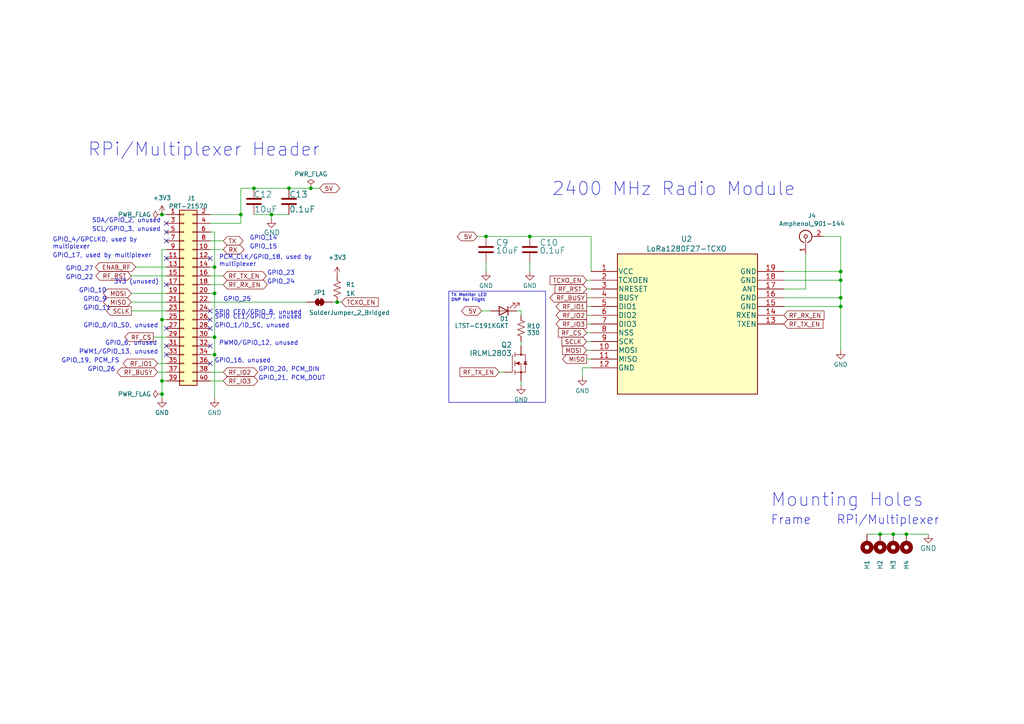
<source format=kicad_sch>
(kicad_sch (version 20231120) (generator "eeschema") (generator_version "8.0")
  (paper "A4")
  (title_block (title "Raspberry Pi SX1280 Board") (date "2024-03-26") (rev "1.1") (company "K6TJ") (comment 1 "Pete Mahowald"))
  (lib_symbols
    (symbol "Connector:Conn_Coaxial" (pin_names (offset 1.016) hide)
      (property "Reference" "J" (at 0.254 3.048 0))
      (property "Value" "Conn_Coaxial" (at 2.921 0 90))
      (symbol "Conn_Coaxial_0_1"
        (arc (start -1.778 -0.508) (mid 0.2311 -1.8066) (end 1.778 0) (stroke (width 0.254)))
        (polyline (pts (xy -2.54 0) (xy -0.508 0)))
        (polyline (pts (xy 0 -2.54) (xy 0 -1.778)))
        (circle (center 0 0) (radius 0.508) (stroke (width 0.2032)))
        (arc (start 1.778 0) (mid 0.2099 1.8101) (end -1.778 0.508) (stroke (width 0.254)))
      )
      (symbol "Conn_Coaxial_1_1"
        (pin passive line (at -5.08 0 0) (length 2.54) (name "In") (number "1"))
        (pin passive line (at 0 -5.08 90) (length 2.54) (name "Ext") (number "2"))
      )
    )
    (symbol "Device:C" (pin_numbers hide) (pin_names (offset 0.254))
      (property "Reference" "C" (at 0.635 2.54 0))
      (property "Value" "C" (at 0.635 -2.54 0))
      (symbol "C_0_1"
        (polyline (pts (xy -2.032 -0.762) (xy 2.032 -0.762)) (stroke (width 0.508)))
        (polyline (pts (xy -2.032 0.762) (xy 2.032 0.762)) (stroke (width 0.508)))
      )
      (symbol "C_1_1"
        (pin passive line (at 0 3.81 270) (length 2.794) (name "~") (number "1"))
        (pin passive line (at 0 -3.81 90) (length 2.794) (name "~") (number "2"))
      )
    )
    (symbol "Device:LED" (pin_numbers hide) (pin_names (offset 1.016) hide)
      (property "Reference" "D" (at 0 2.54 0))
      (property "Value" "LED" (at 0 -2.54 0))
      (symbol "LED_0_1"
        (polyline (pts (xy -1.27 -1.27) (xy -1.27 1.27)) (stroke (width 0.254)))
        (polyline (pts (xy -1.27 0) (xy 1.27 0)))
        (polyline (pts (xy 1.27 -1.27) (xy 1.27 1.27) (xy -1.27 0) (xy 1.27 -1.27)) (stroke (width 0.254)))
        (polyline (pts (xy -3.048 -0.762) (xy -4.572 -2.286) (xy -3.81 -2.286) (xy -4.572 -2.286) (xy -4.572 -1.524)))
        (polyline (pts (xy -1.778 -0.762) (xy -3.302 -2.286) (xy -2.54 -2.286) (xy -3.302 -2.286) (xy -3.302 -1.524)))
      )
      (symbol "LED_1_1"
        (pin passive line (at -3.81 0 0) (length 2.54) (name "K") (number "1"))
        (pin passive line (at 3.81 0 180) (length 2.54) (name "A") (number "2"))
      )
    )
    (symbol "Device:R_US" (pin_numbers hide) (pin_names (offset 0))
      (property "Reference" "R" (at 2.54 0 90))
      (property "Value" "R_US" (at -2.54 0 90))
      (symbol "R_US_0_1"
        (polyline (pts (xy 0 -2.286) (xy 0 -2.54)))
        (polyline (pts (xy 0 2.286) (xy 0 2.54)))
        (polyline (pts (xy 0 -0.762) (xy 1.016 -1.143) (xy 0 -1.524) (xy -1.016 -1.905) (xy 0 -2.286)))
        (polyline (pts (xy 0 0.762) (xy 1.016 0.381) (xy 0 0) (xy -1.016 -0.381) (xy 0 -0.762)))
        (polyline (pts (xy 0 2.286) (xy 1.016 1.905) (xy 0 1.524) (xy -1.016 1.143) (xy 0 0.762)))
      )
      (symbol "R_US_1_1"
        (pin passive line (at 0 3.81 270) (length 1.27) (name "~") (number "1"))
        (pin passive line (at 0 -3.81 90) (length 1.27) (name "~") (number "2"))
      )
    )
    (symbol "Jumper:SolderJumper_2_Bridged" (pin_numbers hide) (pin_names (offset 0) hide) (exclude_from_sim yes) (in_bom no)
      (property "Reference" "JP" (at 0 2.032 0))
      (property "Value" "SolderJumper_2_Bridged" (at 0 -2.54 0))
      (symbol "SolderJumper_2_Bridged_0_1"
        (rectangle (start -0.508 0.508) (end 0.508 -0.508) (fill (type outline)))
        (arc (start -0.254 1.016) (mid -1.2656 0) (end -0.254 -1.016))
        (arc (start -0.254 1.016) (mid -1.2656 0) (end -0.254 -1.016) (fill (type outline)))
        (polyline (pts (xy -0.254 1.016) (xy -0.254 -1.016)))
        (polyline (pts (xy 0.254 1.016) (xy 0.254 -1.016)))
        (arc (start 0.254 -1.016) (mid 1.2656 0) (end 0.254 1.016))
        (arc (start 0.254 -1.016) (mid 1.2656 0) (end 0.254 1.016) (fill (type outline)))
      )
      (symbol "SolderJumper_2_Bridged_1_1"
        (pin passive line (at -3.81 0 0) (length 2.54) (name "A") (number "1"))
        (pin passive line (at 3.81 0 180) (length 2.54) (name "B") (number "2"))
      )
    )
    (symbol "Mechanical:MountingHole_Pad" (pin_numbers hide) (pin_names (offset 1.016) hide) (exclude_from_sim yes) (in_bom no)
      (property "Reference" "H" (at 0 6.35 0))
      (property "Value" "MountingHole_Pad" (at 0 4.445 0))
      (symbol "MountingHole_Pad_0_1"
        (circle (center 0 1.27) (radius 1.27) (stroke (width 1.27)))
      )
      (symbol "MountingHole_Pad_1_1"
        (pin input line (at 0 -2.54 90) (length 2.54) (name "1") (number "1"))
      )
    )
    (symbol "power:+3V3" (power) (pin_numbers hide) (pin_names (offset 0) hide)
      (property "Value" "+3V3" (at 0 3.556 0))
      (symbol "+3V3_0_1"
        (polyline (pts (xy -0.762 1.27) (xy 0 2.54)))
        (polyline (pts (xy 0 0) (xy 0 2.54)))
        (polyline (pts (xy 0 2.54) (xy 0.762 1.27)))
      )
      (symbol "+3V3_1_1"
        (pin power_in line (at 0 0 90) (length 0) (name "~") (number "1"))
      )
    )
    (symbol "power:GND" (power) (pin_numbers hide) (pin_names (offset 0) hide)
      (property "Value" "GND" (at 0 -3.81 0))
      (symbol "GND_0_1"
        (polyline (pts (xy 0 0) (xy 0 -1.27) (xy 1.27 -1.27) (xy 0 -2.54) (xy -1.27 -1.27) (xy 0 -1.27)))
      )
      (symbol "GND_1_1"
        (pin power_in line (at 0 0 270) (length 0) (name "~") (number "1"))
      )
    )
    (symbol "power:PWR_FLAG" (power) (pin_numbers hide) (pin_names (offset 0) hide)
      (property "Value" "PWR_FLAG" (at 0 3.81 0))
      (symbol "PWR_FLAG_0_0"
        (pin power_out line (at 0 0 90) (length 0) (name "~") (number "1"))
      )
      (symbol "PWR_FLAG_0_1"
        (polyline (pts (xy 0 0) (xy 0 1.27) (xy -1.016 1.905) (xy 0 2.54) (xy 1.016 1.905) (xy 0 1.27)))
      )
    )
    (symbol "ssi_IC:LORA1280F27-TCXO" (pin_names (offset 0.254))
      (property "Reference" "U" (at 27.94 10.16 0))
      (property "Value" "LoRa1280F27-TCXO" (at 27.94 7.62 0))
      (symbol "LORA1280F27-TCXO_1_0"
        (pin bidirectional line (at 55.88 -5.08 180) (length 7.62) (name "ANT") (number "17"))
      )
      (symbol "LORA1280F27-TCXO_1_1"
        (rectangle (start 7.62 5.08) (end 48.26 -35.56) (stroke (width 0.254)) (fill (type background)))
        (pin power_in line (at 0 0 0) (length 7.62) (name "VCC") (number "1"))
        (pin input line (at 0 -22.86 0) (length 7.62) (name "MOSI") (number "10"))
        (pin output line (at 0 -25.4 0) (length 7.62) (name "MISO") (number "11"))
        (pin power_in line (at 0 -27.94 0) (length 7.62) (name "GND") (number "12"))
        (pin input line (at 55.88 -15.24 180) (length 7.62) (name "TXEN") (number "13"))
        (pin input line (at 55.88 -12.7 180) (length 7.62) (name "RXEN") (number "14"))
        (pin power_in line (at 55.88 -10.16 180) (length 7.62) (name "GND") (number "15"))
        (pin power_in line (at 55.88 -7.62 180) (length 7.62) (name "GND") (number "16"))
        (pin power_in line (at 55.88 -2.54 180) (length 7.62) (name "GND") (number "18"))
        (pin power_in line (at 55.88 0 180) (length 7.62) (name "GND") (number "19"))
        (pin input line (at 0 -2.54 0) (length 7.62) (name "TCXOEN") (number "2"))
        (pin input line (at 0 -5.08 0) (length 7.62) (name "NRESET") (number "3"))
        (pin output line (at 0 -7.62 0) (length 7.62) (name "BUSY") (number "4"))
        (pin output line (at 0 -10.16 0) (length 7.62) (name "DIO1") (number "5"))
        (pin output line (at 0 -12.7 0) (length 7.62) (name "DIO2") (number "6"))
        (pin output line (at 0 -15.24 0) (length 7.62) (name "DIO3") (number "7"))
        (pin input line (at 0 -17.78 0) (length 7.62) (name "NSS") (number "8"))
        (pin input line (at 0 -20.32 0) (length 7.62) (name "SCK") (number "9"))
      )
    )
    (symbol "ssi_connector:PRT-21570" (pin_names (offset 1.016) hide)
      (property "Reference" "J" (at 1.27 25.4 0))
      (property "Value" "PRT-21570" (at 1.27 -27.94 0))
      (symbol "PRT-21570_1_1"
        (rectangle (start -1.27 -25.273) (end 0 -25.527) (stroke (width 0.1524)))
        (rectangle (start -1.27 -22.733) (end 0 -22.987) (stroke (width 0.1524)))
        (rectangle (start -1.27 -20.193) (end 0 -20.447) (stroke (width 0.1524)))
        (rectangle (start -1.27 -17.653) (end 0 -17.907) (stroke (width 0.1524)))
        (rectangle (start -1.27 -15.113) (end 0 -15.367) (stroke (width 0.1524)))
        (rectangle (start -1.27 -12.573) (end 0 -12.827) (stroke (width 0.1524)))
        (rectangle (start -1.27 -10.033) (end 0 -10.287) (stroke (width 0.1524)))
        (rectangle (start -1.27 -7.493) (end 0 -7.747) (stroke (width 0.1524)))
        (rectangle (start -1.27 -4.953) (end 0 -5.207) (stroke (width 0.1524)))
        (rectangle (start -1.27 -2.413) (end 0 -2.667) (stroke (width 0.1524)))
        (rectangle (start -1.27 0.127) (end 0 -0.127) (stroke (width 0.1524)))
        (rectangle (start -1.27 2.667) (end 0 2.413) (stroke (width 0.1524)))
        (rectangle (start -1.27 5.207) (end 0 4.953) (stroke (width 0.1524)))
        (rectangle (start -1.27 7.747) (end 0 7.493) (stroke (width 0.1524)))
        (rectangle (start -1.27 10.287) (end 0 10.033) (stroke (width 0.1524)))
        (rectangle (start -1.27 12.827) (end 0 12.573) (stroke (width 0.1524)))
        (rectangle (start -1.27 15.367) (end 0 15.113) (stroke (width 0.1524)))
        (rectangle (start -1.27 17.907) (end 0 17.653) (stroke (width 0.1524)))
        (rectangle (start -1.27 20.447) (end 0 20.193) (stroke (width 0.1524)))
        (rectangle (start -1.27 22.987) (end 0 22.733) (stroke (width 0.1524)))
        (rectangle (start -1.27 24.13) (end 3.81 -26.67) (stroke (width 0.254)) (fill (type background)))
        (rectangle (start 3.81 -25.273) (end 2.54 -25.527) (stroke (width 0.1524)))
        (rectangle (start 3.81 -22.733) (end 2.54 -22.987) (stroke (width 0.1524)))
        (rectangle (start 3.81 -20.193) (end 2.54 -20.447) (stroke (width 0.1524)))
        (rectangle (start 3.81 -17.653) (end 2.54 -17.907) (stroke (width 0.1524)))
        (rectangle (start 3.81 -15.113) (end 2.54 -15.367) (stroke (width 0.1524)))
        (rectangle (start 3.81 -12.573) (end 2.54 -12.827) (stroke (width 0.1524)))
        (rectangle (start 3.81 -10.033) (end 2.54 -10.287) (stroke (width 0.1524)))
        (rectangle (start 3.81 -7.493) (end 2.54 -7.747) (stroke (width 0.1524)))
        (rectangle (start 3.81 -4.953) (end 2.54 -5.207) (stroke (width 0.1524)))
        (rectangle (start 3.81 -2.413) (end 2.54 -2.667) (stroke (width 0.1524)))
        (rectangle (start 3.81 0.127) (end 2.54 -0.127) (stroke (width 0.1524)))
        (rectangle (start 3.81 2.667) (end 2.54 2.413) (stroke (width 0.1524)))
        (rectangle (start 3.81 5.207) (end 2.54 4.953) (stroke (width 0.1524)))
        (rectangle (start 3.81 7.747) (end 2.54 7.493) (stroke (width 0.1524)))
        (rectangle (start 3.81 10.287) (end 2.54 10.033) (stroke (width 0.1524)))
        (rectangle (start 3.81 12.827) (end 2.54 12.573) (stroke (width 0.1524)))
        (rectangle (start 3.81 15.367) (end 2.54 15.113) (stroke (width 0.1524)))
        (rectangle (start 3.81 17.907) (end 2.54 17.653) (stroke (width 0.1524)))
        (rectangle (start 3.81 20.447) (end 2.54 20.193) (stroke (width 0.1524)))
        (rectangle (start 3.81 22.987) (end 2.54 22.733) (stroke (width 0.1524)))
        (pin passive line (at -5.08 22.86 0) (length 3.81) (name "Pin_1") (number "1"))
        (pin passive line (at 7.62 12.7 180) (length 3.81) (name "Pin_10") (number "10"))
        (pin passive line (at -5.08 10.16 0) (length 3.81) (name "Pin_11") (number "11"))
        (pin passive line (at 7.62 10.16 180) (length 3.81) (name "Pin_12") (number "12"))
        (pin passive line (at -5.08 7.62 0) (length 3.81) (name "Pin_13") (number "13"))
        (pin passive line (at 7.62 7.62 180) (length 3.81) (name "Pin_14") (number "14"))
        (pin passive line (at -5.08 5.08 0) (length 3.81) (name "Pin_15") (number "15"))
        (pin passive line (at 7.62 5.08 180) (length 3.81) (name "Pin_16") (number "16"))
        (pin passive line (at -5.08 2.54 0) (length 3.81) (name "Pin_17") (number "17"))
        (pin passive line (at 7.62 2.54 180) (length 3.81) (name "Pin_18") (number "18"))
        (pin passive line (at -5.08 0 0) (length 3.81) (name "Pin_19") (number "19"))
        (pin passive line (at 7.62 22.86 180) (length 3.81) (name "Pin_2") (number "2"))
        (pin passive line (at 7.62 0 180) (length 3.81) (name "Pin_20") (number "20"))
        (pin passive line (at -5.08 -2.54 0) (length 3.81) (name "Pin_21") (number "21"))
        (pin passive line (at 7.62 -2.54 180) (length 3.81) (name "Pin_22") (number "22"))
        (pin passive line (at -5.08 -5.08 0) (length 3.81) (name "Pin_23") (number "23"))
        (pin passive line (at 7.62 -5.08 180) (length 3.81) (name "Pin_24") (number "24"))
        (pin passive line (at -5.08 -7.62 0) (length 3.81) (name "Pin_25") (number "25"))
        (pin passive line (at 7.62 -7.62 180) (length 3.81) (name "Pin_26") (number "26"))
        (pin passive line (at -5.08 -10.16 0) (length 3.81) (name "Pin_27") (number "27"))
        (pin passive line (at 7.62 -10.16 180) (length 3.81) (name "Pin_28") (number "28"))
        (pin passive line (at -5.08 -12.7 0) (length 3.81) (name "Pin_29") (number "29"))
        (pin passive line (at -5.08 20.32 0) (length 3.81) (name "Pin_3") (number "3"))
        (pin passive line (at 7.62 -12.7 180) (length 3.81) (name "Pin_30") (number "30"))
        (pin passive line (at -5.08 -15.24 0) (length 3.81) (name "Pin_31") (number "31"))
        (pin passive line (at 7.62 -15.24 180) (length 3.81) (name "Pin_32") (number "32"))
        (pin passive line (at -5.08 -17.78 0) (length 3.81) (name "Pin_33") (number "33"))
        (pin passive line (at 7.62 -17.78 180) (length 3.81) (name "Pin_34") (number "34"))
        (pin passive line (at -5.08 -20.32 0) (length 3.81) (name "Pin_35") (number "35"))
        (pin passive line (at 7.62 -20.32 180) (length 3.81) (name "Pin_36") (number "36"))
        (pin passive line (at -5.08 -22.86 0) (length 3.81) (name "Pin_37") (number "37"))
        (pin passive line (at 7.62 -22.86 180) (length 3.81) (name "Pin_38") (number "38"))
        (pin passive line (at -5.08 -25.4 0) (length 3.81) (name "Pin_39") (number "39"))
        (pin passive line (at 7.62 20.32 180) (length 3.81) (name "Pin_4") (number "4"))
        (pin passive line (at 7.62 -25.4 180) (length 3.81) (name "Pin_40") (number "40"))
        (pin passive line (at -5.08 17.78 0) (length 3.81) (name "Pin_5") (number "5"))
        (pin passive line (at 7.62 17.78 180) (length 3.81) (name "Pin_6") (number "6"))
        (pin passive line (at -5.08 15.24 0) (length 3.81) (name "Pin_7") (number "7"))
        (pin passive line (at 7.62 15.24 180) (length 3.81) (name "Pin_8") (number "8"))
        (pin passive line (at -5.08 12.7 0) (length 3.81) (name "Pin_9") (number "9"))
      )
    )
    (symbol "ssi_transistor:IRLML2803TRPBF" (pin_names (offset 1.016))
      (property "Reference" "Q" (at -11.43 1.27 0))
      (property "Value" "IRLML2803TRPBF" (at -11.43 3.81 0))
      (symbol "IRLML2803TRPBF_1_0"
        (polyline (pts (xy 0 2.54) (xy 0 -2.54)))
        (polyline (pts (xy 0.762 -2.54) (xy 0.762 -3.175)))
        (polyline (pts (xy 0.762 -1.905) (xy 0.762 -2.54)))
        (polyline (pts (xy 0.762 0) (xy 0.762 -0.762)))
        (polyline (pts (xy 0.762 0) (xy 2.54 0)))
        (polyline (pts (xy 0.762 0.762) (xy 0.762 0)))
        (polyline (pts (xy 0.762 2.54) (xy 0.762 1.905)))
        (polyline (pts (xy 0.762 2.54) (xy 3.81 2.54)))
        (polyline (pts (xy 0.762 3.175) (xy 0.762 2.54)))
        (polyline (pts (xy 2.54 -2.54) (xy 0.762 -2.54)))
        (polyline (pts (xy 2.54 -2.54) (xy 3.81 -2.54)))
        (polyline (pts (xy 2.54 0) (xy 2.54 -2.54)))
        (polyline (pts (xy 3.302 0.508) (xy 3.81 0.508)))
        (polyline (pts (xy 3.81 -0.508) (xy 3.81 -2.54)))
        (polyline (pts (xy 3.81 0.508) (xy 3.81 -0.508)))
        (polyline (pts (xy 3.81 0.508) (xy 4.318 0.508)))
        (polyline (pts (xy 3.81 2.54) (xy 3.81 0.508)))
        (polyline (pts (xy 1.016 0) (xy 2.032 0.508) (xy 2.032 -0.508)) (fill (type outline)))
        (polyline (pts (xy 3.81 0.508) (xy 3.302 -0.254) (xy 4.318 -0.254)) (fill (type outline)))
        (circle (center 2.54 -2.54) (radius 0.254))
        (circle (center 2.54 2.54) (radius 0.254))
        (pin passive line (at -2.54 -2.54 0) (length 2.54) (name "G") (number "1"))
        (pin passive line (at 2.54 -5.08 90) (length 2.54) (name "S") (number "2"))
        (pin passive line (at 2.54 5.08 270) (length 2.54) (name "D") (number "3"))
      )
    )
  )
  (junction (at 83.82 54.61))
  (junction (at 78.74 62.23))
  (junction (at 46.99 110.49))
  (junction (at 255.27 154.94))
  (junction (at 97.79 87.63))
  (junction (at 90.17 54.61))
  (junction (at 243.84 81.28))
  (junction (at 46.99 62.23))
  (junction (at 153.67 68.58))
  (junction (at 62.23 102.87))
  (junction (at 62.23 97.79))
  (junction (at 62.23 77.47))
  (junction (at 243.84 88.9))
  (junction (at 73.66 54.61))
  (junction (at 62.23 85.09))
  (junction (at 46.99 92.71))
  (junction (at 69.85 62.23))
  (junction (at 140.97 68.58))
  (junction (at 243.84 78.74))
  (junction (at 46.99 114.3))
  (junction (at 259.08 154.94))
  (junction (at 262.89 154.94))
  (junction (at 243.84 86.36))
  (no_connect (at 60.96 105.41))
  (no_connect (at 60.96 90.17))
  (no_connect (at 60.96 100.33))
  (no_connect (at 48.26 95.25))
  (no_connect (at 48.26 82.55))
  (no_connect (at 48.26 74.93))
  (no_connect (at 48.26 69.85))
  (no_connect (at 60.96 95.25))
  (no_connect (at 48.26 64.77))
  (no_connect (at 48.26 102.87))
  (no_connect (at 48.26 100.33))
  (no_connect (at 60.96 74.93))
  (no_connect (at 60.96 92.71))
  (no_connect (at 48.26 67.31))
  (wire (pts (xy 62.23 97.79) (xy 60.96 97.79)))
  (wire (pts (xy 262.89 154.94) (xy 269.24 154.94)))
  (wire (pts (xy 73.66 62.23) (xy 78.74 62.23)))
  (wire (pts (xy 60.96 77.47) (xy 62.23 77.47)))
  (wire (pts (xy 243.84 78.74) (xy 243.84 81.28)))
  (wire (pts (xy 171.45 106.68) (xy 168.91 106.68)))
  (wire (pts (xy 45.72 105.41) (xy 48.26 105.41)))
  (wire (pts (xy 227.33 81.28) (xy 243.84 81.28)))
  (wire (pts (xy 170.18 83.82) (xy 171.45 83.82)))
  (wire (pts (xy 46.99 110.49) (xy 48.26 110.49)))
  (wire (pts (xy 140.97 76.2) (xy 140.97 78.74)))
  (wire (pts (xy 227.33 86.36) (xy 243.84 86.36)))
  (wire (pts (xy 62.23 97.79) (xy 62.23 102.87)))
  (wire (pts (xy 48.26 97.79) (xy 44.45 97.79)))
  (wire (pts (xy 45.72 107.95) (xy 48.26 107.95)))
  (wire (pts (xy 48.26 87.63) (xy 38.1 87.63)))
  (wire (pts (xy 139.7 90.17) (xy 142.24 90.17)))
  (wire (pts (xy 73.66 54.61) (xy 83.82 54.61)))
  (wire (pts (xy 38.1 85.09) (xy 48.26 85.09)))
  (wire (pts (xy 170.18 96.52) (xy 171.45 96.52)))
  (wire (pts (xy 46.99 114.3) (xy 46.99 110.49)))
  (wire (pts (xy 97.79 87.63) (xy 99.06 87.63)))
  (wire (pts (xy 38.1 90.17) (xy 48.26 90.17)))
  (wire (pts (xy 62.23 67.31) (xy 60.96 67.31)))
  (wire (pts (xy 227.33 78.74) (xy 243.84 78.74)))
  (wire (pts (xy 170.18 91.44) (xy 171.45 91.44)))
  (wire (pts (xy 46.99 92.71) (xy 48.26 92.71)))
  (wire (pts (xy 60.96 69.85) (xy 64.77 69.85)))
  (wire (pts (xy 243.84 68.58) (xy 238.76 68.58)))
  (wire (pts (xy 46.99 92.71) (xy 46.99 72.39)))
  (wire (pts (xy 170.18 101.6) (xy 171.45 101.6)))
  (wire (pts (xy 151.13 99.06) (xy 151.13 100.33)))
  (wire (pts (xy 170.18 104.14) (xy 171.45 104.14)))
  (wire (pts (xy 170.18 99.06) (xy 171.45 99.06)))
  (wire (pts (xy 69.85 54.61) (xy 69.85 62.23)))
  (wire (pts (xy 46.99 72.39) (xy 48.26 72.39)))
  (wire (pts (xy 243.84 68.58) (xy 243.84 78.74)))
  (wire (pts (xy 69.85 64.77) (xy 69.85 62.23)))
  (wire (pts (xy 60.96 64.77) (xy 69.85 64.77)))
  (wire (pts (xy 60.96 107.95) (xy 64.77 107.95)))
  (wire (pts (xy 69.85 54.61) (xy 73.66 54.61)))
  (wire (pts (xy 243.84 86.36) (xy 243.84 88.9)))
  (wire (pts (xy 62.23 115.57) (xy 62.23 102.87)))
  (wire (pts (xy 78.74 62.23) (xy 78.74 63.5)))
  (wire (pts (xy 171.45 68.58) (xy 171.45 78.74)))
  (wire (pts (xy 38.1 80.01) (xy 48.26 80.01)))
  (wire (pts (xy 153.67 76.2) (xy 153.67 78.74)))
  (wire (pts (xy 144.78 107.95) (xy 146.05 107.95)))
  (wire (pts (xy 39.37 77.47) (xy 48.26 77.47)))
  (wire (pts (xy 243.84 88.9) (xy 243.84 101.6)))
  (wire (pts (xy 255.27 154.94) (xy 259.08 154.94)))
  (wire (pts (xy 46.99 115.57) (xy 46.99 114.3)))
  (wire (pts (xy 168.91 106.68) (xy 168.91 109.22)))
  (wire (pts (xy 149.86 90.17) (xy 151.13 90.17)))
  (wire (pts (xy 251.46 154.94) (xy 255.27 154.94)))
  (wire (pts (xy 170.18 86.36) (xy 171.45 86.36)))
  (wire (pts (xy 46.99 62.23) (xy 48.26 62.23)))
  (wire (pts (xy 96.52 87.63) (xy 97.79 87.63)))
  (wire (pts (xy 62.23 67.31) (xy 62.23 77.47)))
  (wire (pts (xy 60.96 80.01) (xy 64.77 80.01)))
  (wire (pts (xy 46.99 92.71) (xy 46.99 110.49)))
  (wire (pts (xy 60.96 82.55) (xy 64.77 82.55)))
  (wire (pts (xy 78.74 62.23) (xy 83.82 62.23)))
  (wire (pts (xy 170.18 93.98) (xy 171.45 93.98)))
  (wire (pts (xy 151.13 90.17) (xy 151.13 91.44)))
  (wire (pts (xy 83.82 54.61) (xy 90.17 54.61)))
  (wire (pts (xy 259.08 154.94) (xy 262.89 154.94)))
  (wire (pts (xy 227.33 88.9) (xy 243.84 88.9)))
  (wire (pts (xy 60.96 85.09) (xy 62.23 85.09)))
  (wire (pts (xy 140.97 68.58) (xy 153.67 68.58)))
  (wire (pts (xy 60.96 110.49) (xy 64.77 110.49)))
  (wire (pts (xy 90.17 54.61) (xy 92.71 54.61)))
  (wire (pts (xy 60.96 87.63) (xy 88.9 87.63)))
  (wire (pts (xy 170.18 81.28) (xy 171.45 81.28)))
  (wire (pts (xy 60.96 72.39) (xy 64.77 72.39)))
  (wire (pts (xy 62.23 85.09) (xy 62.23 97.79)))
  (wire (pts (xy 60.96 62.23) (xy 69.85 62.23)))
  (wire (pts (xy 153.67 68.58) (xy 171.45 68.58)))
  (wire (pts (xy 243.84 81.28) (xy 243.84 86.36)))
  (wire (pts (xy 170.18 88.9) (xy 171.45 88.9)))
  (wire (pts (xy 233.68 73.66) (xy 233.68 83.82)))
  (wire (pts (xy 138.43 68.58) (xy 140.97 68.58)))
  (wire (pts (xy 227.33 83.82) (xy 233.68 83.82)))
  (wire (pts (xy 151.13 110.49) (xy 151.13 111.76)))
  (wire (pts (xy 60.96 102.87) (xy 62.23 102.87)))
  (wire (pts (xy 62.23 77.47) (xy 62.23 85.09)))
  (rectangle (start 130.175 84.455) (end 158.242 116.713))
  (text "Mounting Holes" (at 223.52 147.32 0) (effects (font (size 3.81 3.81)) (justify left bottom)))
  (text "Frame" (at 223.52 152.4 0) (effects (font (size 2.54 2.54)) (justify left bottom)))
  (text "GPIO_0/ID_SD, unused" (at 24.13 95.25 0) (effects (font (size 1.27 1.27)) (justify left bottom)))
  (text "GPIO_21, PCM_DOUT" (at 74.93 110.49 0) (effects (font (size 1.27 1.27)) (justify left bottom)))
  (text "RPi/Multiplexer" (at 242.57 152.4 0) (effects (font (size 2.54 2.54)) (justify left bottom)))
  (text "RPi/Multiplexer Header" (at 25.4 45.72 0) (effects (font (size 3.81 3.81)) (justify left bottom)))
  (text "GPIO_1/ID_SC, unused" (at 62.23 95.25 0) (effects (font (size 1.27 1.27)) (justify left bottom)))
  (text "GPIO_19, PCM_FS" (at 17.78 105.41 0) (effects (font (size 1.27 1.27)) (justify left bottom)))
  (text "GPIO_15" (at 72.39 72.39 0) (effects (font (size 1.27 1.27)) (justify left bottom)))
  (text "GPIO_6, unused" (at 30.48 100.33 0) (effects (font (size 1.27 1.27)) (justify left bottom)))
  (text "GPIO_22" (at 19.05 81.28 0) (effects (font (size 1.27 1.27)) (justify left bottom)))
  (text "3V3 (unused)" (at 33.02 82.55 0) (effects (font (size 1.27 1.27)) (justify left bottom)))
  (text "GPIO_14" (at 72.39 69.85 0) (effects (font (size 1.27 1.27)) (justify left bottom)))
  (text "SDA/GPIO_2, unused" (at 26.67 64.77 0) (effects (font (size 1.27 1.27)) (justify left bottom)))
  (text "GPIO_11" (at 24.13 90.17 0) (effects (font (size 1.27 1.27)) (justify left bottom)))
  (text "GPIO_16, unused" (at 62.23 105.41 0) (effects (font (size 1.27 1.27)) (justify left bottom)))
  (text "GPIO_27" (at 19.05 78.74 0) (effects (font (size 1.27 1.27)) (justify left bottom)))
  (text "SCL/GPIO_3, unused" (at 26.67 67.31 0) (effects (font (size 1.27 1.27)) (justify left bottom)))
  (text "GPIO_10" (at 22.86 85.09 0) (effects (font (size 1.27 1.27)) (justify left bottom)))
  (text "TX Monitor LED\nDNP for Flight\n" (at 130.81 87.63 0) (effects (font (size 0.889 0.889)) (justify left bottom)))
  (text "PWM0/GPIO_12, unused" (at 63.5 100.33 0) (effects (font (size 1.27 1.27)) (justify left bottom)))
  (text "GPIO_20, PCM_DIN" (at 74.93 107.95 0) (effects (font (size 1.27 1.27)) (justify left bottom)))
  (text "GPIO_9" (at 24.13 87.63 0) (effects (font (size 1.27 1.27)) (justify left bottom)))
  (text "PCM_CLK/GPIO_18, used by\nmultiplexer" (at 63.5 77.47 0) (effects (font (size 1.27 1.27)) (justify left bottom)))
  (text "PWM1/GPIO_13, unused" (at 22.86 102.87 0) (effects (font (size 1.27 1.27)) (justify left bottom)))
  (text "GPIO_25" (at 64.77 87.63 0) (effects (font (size 1.27 1.27)) (justify left bottom)))
  (text "2400 MHz Radio Module" (at 160.02 57.15 0) (effects (font (size 3.81 3.81)) (justify left bottom)))
  (text "SPI0 CE1/GPIO_7, unused" (at 62.23 92.71 0) (effects (font (size 1.27 1.27)) (justify left bottom)))
  (text "GPIO_23" (at 77.47 80.01 0) (effects (font (size 1.27 1.27)) (justify left bottom)))
  (text "GPIO_17, used by multiplexer" (at 15.24 74.93 0) (effects (font (size 1.27 1.27)) (justify left bottom)))
  (text "GPIO_4/GPCLK0, used by\nmultiplexer" (at 15.24 72.39 0) (effects (font (size 1.27 1.27)) (justify left bottom)))
  (text "GPIO_24" (at 77.47 82.55 0) (effects (font (size 1.27 1.27)) (justify left bottom)))
  (text "SPI0 CE0/GPIO_8, unused" (at 62.23 91.44 0) (effects (font (size 1.27 1.27)) (justify left bottom)))
  (text "GPIO_26" (at 25.4 107.95 0) (effects (font (size 1.27 1.27)) (justify left bottom)))
  (global_label "RF_CS" (shape input) (at 170.18 96.52 180) (property "Intersheetrefs" "${INTERSHEET_REFS}" (effects (hide yes))))
  (global_label "ENAB_RF" (shape bidirectional) (at 39.37 77.47 180) (property "Intersheetrefs" "${INTERSHEET_REFS}" (effects (hide yes))))
  (global_label "RF_IO2" (shape bidirectional) (at 64.77 107.95 0) (property "Intersheetrefs" "${INTERSHEET_REFS}" (effects (hide yes))))
  (global_label "SCLK" (shape input) (at 170.18 99.06 180) (property "Intersheetrefs" "${INTERSHEET_REFS}" (effects (hide yes))))
  (global_label "MOSI" (shape bidirectional) (at 38.1 85.09 180) (property "Intersheetrefs" "${INTERSHEET_REFS}" (effects (hide yes))))
  (global_label "RF_BUSY" (shape bidirectional) (at 45.72 107.95 180) (property "Intersheetrefs" "${INTERSHEET_REFS}" (effects (hide yes))))
  (global_label "RF_BUSY" (shape output) (at 170.18 86.36 180) (property "Intersheetrefs" "${INTERSHEET_REFS}" (effects (hide yes))))
  (global_label "5V" (shape bidirectional) (at 138.43 68.58 180) (property "Intersheetrefs" "${INTERSHEET_REFS}" (effects (hide yes))))
  (global_label "5V" (shape bidirectional) (at 139.7 90.17 180) (property "Intersheetrefs" "${INTERSHEET_REFS}" (effects (hide yes))))
  (global_label "TCXO_EN" (shape input) (at 99.06 87.63 0) (property "Intersheetrefs" "${INTERSHEET_REFS}" (effects (hide yes))))
  (global_label "RF_TX_EN" (shape input) (at 144.78 107.95 180) (property "Intersheetrefs" "${INTERSHEET_REFS}" (effects (hide yes))))
  (global_label "RF_IO3" (shape output) (at 170.18 93.98 180) (property "Intersheetrefs" "${INTERSHEET_REFS}" (effects (hide yes))))
  (global_label "MOSI" (shape input) (at 170.18 101.6 180) (property "Intersheetrefs" "${INTERSHEET_REFS}" (effects (hide yes))))
  (global_label "RF_IO3" (shape bidirectional) (at 64.77 110.49 0) (property "Intersheetrefs" "${INTERSHEET_REFS}" (effects (hide yes))))
  (global_label "MISO" (shape output) (at 170.18 104.14 180) (property "Intersheetrefs" "${INTERSHEET_REFS}" (effects (hide yes))))
  (global_label "RF_TX_EN" (shape input) (at 227.33 93.98 0) (property "Intersheetrefs" "${INTERSHEET_REFS}" (effects (hide yes))))
  (global_label "TCXO_EN" (shape input) (at 170.18 81.28 180) (property "Intersheetrefs" "${INTERSHEET_REFS}" (effects (hide yes))))
  (global_label "5V" (shape bidirectional) (at 92.71 54.61 0) (property "Intersheetrefs" "${INTERSHEET_REFS}" (effects (hide yes))))
  (global_label "RF_IO1" (shape bidirectional) (at 45.72 105.41 180) (property "Intersheetrefs" "${INTERSHEET_REFS}" (effects (hide yes))))
  (global_label "RF_TX_EN" (shape bidirectional) (at 64.77 80.01 0) (property "Intersheetrefs" "${INTERSHEET_REFS}" (effects (hide yes))))
  (global_label "RF_CS" (shape output) (at 44.45 97.79 180) (property "Intersheetrefs" "${INTERSHEET_REFS}" (effects (hide yes))))
  (global_label "RF_IO1" (shape output) (at 170.18 88.9 180) (property "Intersheetrefs" "${INTERSHEET_REFS}" (effects (hide yes))))
  (global_label "RF_RX_EN" (shape input) (at 227.33 91.44 0) (property "Intersheetrefs" "${INTERSHEET_REFS}" (effects (hide yes))))
  (global_label "RF_IO2" (shape output) (at 170.18 91.44 180) (property "Intersheetrefs" "${INTERSHEET_REFS}" (effects (hide yes))))
  (global_label "RF_RST" (shape bidirectional) (at 38.1 80.01 180) (property "Intersheetrefs" "${INTERSHEET_REFS}" (effects (hide yes))))
  (global_label "RF_RX_EN" (shape bidirectional) (at 64.77 82.55 0) (property "Intersheetrefs" "${INTERSHEET_REFS}" (effects (hide yes))))
  (global_label "MISO" (shape bidirectional) (at 38.1 87.63 180) (property "Intersheetrefs" "${INTERSHEET_REFS}" (effects (hide yes))))
  (global_label "SCLK" (shape output) (at 38.1 90.17 180) (property "Intersheetrefs" "${INTERSHEET_REFS}" (effects (hide yes))))
  (global_label "TX" (shape bidirectional) (at 64.77 69.85 0) (property "Intersheetrefs" "${INTERSHEET_REFS}" (effects (hide yes))))
  (global_label "RF_RST" (shape input) (at 170.18 83.82 180) (property "Intersheetrefs" "${INTERSHEET_REFS}" (effects (hide yes))))
  (global_label "RX" (shape bidirectional) (at 64.77 72.39 0) (property "Intersheetrefs" "${INTERSHEET_REFS}" (effects (hide yes))))
  (symbol (lib_id "Device:C") (at 83.82 58.42 0) (unit 1)
    (property "Reference" "C13" (at 83.82 57.404 0) (effects (font (size 1.778 1.778)) (justify left bottom)))
    (property "Value" "0.1uF" (at 83.82 61.722 0) (effects (font (size 1.778 1.778)) (justify left bottom)))
    (property "Footprint" "Capacitor_SMD:C_0603_1608Metric" (effects (hide yes)))
    (property "Description" "Unpolarized capacitor" (effects (hide yes)))
  )
  (symbol (lib_id "ssi_connector:PRT-21570") (at 53.34 85.09 0) (unit 1)
    (property "Reference" "J1" (at 55.499 57.515 0))
    (property "Value" "PRT-21570" (at 54.61 59.817 0))
    (property "Footprint" "ssi_connector:PRT-21570" (effects (hide yes)))
    (property "Datasheet" "https://cdn.sparkfun.com/assets/0/8/d/b/2/DS-16764-2_X_20_Pin_Extended_GPIO_Header_-_Female_-_13.5mm_9.80mm.pdf" (effects (hide yes)))
    (property "Description" "Stacking 2x20 header" (effects (hide yes)))
  )
  (symbol (lib_id "Device:C") (at 73.66 58.42 0) (unit 1)
    (property "Reference" "C12" (at 73.533 57.404 0) (effects (font (size 1.778 1.778)) (justify left bottom)))
    (property "Value" "10uF" (at 73.66 61.722 0) (effects (font (size 1.778 1.778)) (justify left bottom)))
    (property "Footprint" "Capacitor_SMD:C_0603_1608Metric" (effects (hide yes)))
    (property "Description" "Unpolarized capacitor" (effects (hide yes)))
  )
  (symbol (lib_id "power:GND") (at 46.99 115.57 0) (unit 1)
    (property "Reference" "#PWR05" (effects (hide yes)))
    (property "Value" "GND" (at 46.99 119.7055 0))
  )
  (symbol (lib_id "power:PWR_FLAG") (at 90.17 54.61 0) (unit 1)
    (property "Reference" "#FLG03" (effects (hide yes)))
    (property "Value" "PWR_FLAG" (at 90.17 50.4769 0))
    (property "Description" "Special symbol for telling ERC where power comes from" (effects (hide yes)))
  )
  (symbol (lib_id "power:GND") (at 269.24 154.94 0) (unit 1)
    (property "Reference" "#GND08" (effects (hide yes)))
    (property "Value" "GND" (at 266.827 159.893 0) (effects (font (size 1.4986 1.4986)) (justify left bottom)))
  )
  (symbol (lib_id "Mechanical:MountingHole_Pad") (at 255.27 157.48 180) (unit 1) (exclude_from_sim yes) (in_bom no)
    (property "Reference" "H2" (at 255.27 163.83 90))
    (property "Value" "MountingHole_Pad" (effects (hide yes)))
    (property "Footprint" "MountingHole:MountingHole_2.7mm_M2.5_DIN965_Pad" (effects (hide yes)))
    (property "DNI" "DNI" (effects (hide yes)))
  )
  (symbol (lib_id "Device:R_US") (at 151.13 95.25 0) (unit 1)
    (property "Reference" "R10" (at 152.781 94.6063 0) (effects (justify left)))
    (property "Value" "330" (at 152.781 96.5273 0) (effects (justify left)))
    (property "Footprint" "Resistor_SMD:R_0603_1608Metric" (effects (hide yes)))
  )
  (symbol (lib_id "ssi_transistor:IRLML2803TRPBF") (at 148.59 105.41 0) (unit 1)
    (property "Reference" "Q2" (at 145.288 99.187 0) (effects (font (size 1.4986 1.4986)) (justify left top)))
    (property "Value" "IRLML2803" (at 136.144 101.6 0) (effects (font (size 1.4986 1.4986)) (justify left top)))
    (property "Footprint" "ssi_transistor:SOT-23" (effects (hide yes)))
    (property "Datasheet" "https://www.infineon.com/dgdl/irlml2803pbf.pdf?fileId=5546d462533600a4015356682aff260f" (effects (hide yes)))
    (property "Description" "Single N-Channel MOSFET" (effects (hide yes)))
    (property "Flight" "MMBT2222AT " (effects (hide yes)))
    (property "Manufacturer_Name" "ON Semiconductor" (effects (hide yes)))
    (property "Manufacturer_Part_Number" "MMBT2222AT " (effects (hide yes)))
    (property "Proto" "2302" (effects (hide yes)))
  )
  (symbol (lib_id "power:GND") (at 62.23 115.57 0) (unit 1)
    (property "Reference" "#PWR06" (effects (hide yes)))
    (property "Value" "GND" (at 62.23 119.7055 0))
  )
  (symbol (lib_id "Mechanical:MountingHole_Pad") (at 259.08 157.48 180) (unit 1) (exclude_from_sim yes) (in_bom no)
    (property "Reference" "H3" (at 259.08 163.83 90))
    (property "Value" "MountingHole_Pad" (effects (hide yes)))
    (property "Footprint" "MountingHole:MountingHole_2.7mm_M2.5_DIN965_Pad" (effects (hide yes)))
    (property "DNI" "DNI" (effects (hide yes)))
  )
  (symbol (lib_id "Device:C") (at 153.67 72.39 0) (unit 1)
    (property "Reference" "C10" (at 156.464 70.358 0) (effects (font (size 1.778 1.778)) (justify left)))
    (property "Value" "0.1uF" (at 156.4132 72.644 0) (effects (font (size 1.778 1.778)) (justify left)))
    (property "Footprint" "Capacitor_SMD:C_0603_1608Metric" (effects (hide yes)))
    (property "Description" "Unpolarized capacitor" (effects (hide yes)))
  )
  (symbol (lib_id "power:GND") (at 140.97 78.74 0) (unit 1)
    (property "Reference" "#PWR02" (effects (hide yes)))
    (property "Value" "GND" (at 140.97 82.8755 0))
  )
  (symbol (lib_id "power:PWR_FLAG") (at 46.99 114.3 90) (unit 1)
    (property "Reference" "#FLG02" (effects (hide yes)))
    (property "Value" "PWR_FLAG" (at 43.8151 114.3 90) (effects (justify left)))
    (property "Description" "Special symbol for telling ERC where power comes from" (effects (hide yes)))
  )
  (symbol (lib_id "power:GND") (at 153.67 78.74 0) (unit 1)
    (property "Reference" "#PWR09" (effects (hide yes)))
    (property "Value" "GND" (at 153.67 82.8755 0))
  )
  (symbol (lib_id "power:GND") (at 151.13 111.76 0) (unit 1)
    (property "Reference" "#PWR03" (effects (hide yes)))
    (property "Value" "GND" (at 151.13 115.8955 0))
  )
  (symbol (lib_id "power:+3V3") (at 46.99 62.23 0) (unit 1)
    (property "Reference" "#PWR01" (effects (hide yes)))
    (property "Value" "+3V3" (at 46.99 57.404 0))
  )
  (symbol (lib_id "Device:C") (at 140.97 72.39 0) (unit 1)
    (property "Reference" "C9" (at 143.764 70.358 0) (effects (font (size 1.778 1.778)) (justify left)))
    (property "Value" "10uF" (at 143.7132 72.644 0) (effects (font (size 1.778 1.778)) (justify left)))
    (property "Footprint" "Capacitor_SMD:C_0603_1608Metric" (effects (hide yes)))
    (property "Description" "Unpolarized capacitor" (effects (hide yes)))
  )
  (symbol (lib_id "power:+3V3") (at 97.79 80.01 0) (unit 1)
    (property "Reference" "#PWR07" (effects (hide yes)))
    (property "Value" "+3V3" (at 97.79 74.676 0))
  )
  (symbol (lib_id "Device:R_US") (at 97.79 83.82 0) (unit 1)
    (property "Reference" "R1" (at 100.33 82.55 0) (effects (justify left)))
    (property "Value" "1K" (at 100.33 85.09 0) (effects (justify left)))
    (property "Footprint" "Resistor_SMD:R_0603_1608Metric_Pad0.98x0.95mm_HandSolder" (effects (hide yes)))
  )
  (symbol (lib_id "Mechanical:MountingHole_Pad") (at 262.89 157.48 180) (unit 1) (exclude_from_sim yes) (in_bom no)
    (property "Reference" "H4" (at 262.89 163.83 90))
    (property "Value" "MountingHole_Pad" (effects (hide yes)))
    (property "Footprint" "MountingHole:MountingHole_2.7mm_M2.5_DIN965_Pad" (effects (hide yes)))
    (property "DNI" "DNI" (effects (hide yes)))
  )
  (symbol (lib_id "power:GND") (at 78.74 63.5 0) (unit 1)
    (property "Reference" "#GND07" (effects (hide yes)))
    (property "Value" "GND" (at 76.454 68.326 0) (effects (font (size 1.4986 1.4986)) (justify left bottom)))
  )
  (symbol (lib_id "power:PWR_FLAG") (at 46.99 62.23 90) (unit 1)
    (property "Reference" "#FLG01" (effects (hide yes)))
    (property "Value" "PWR_FLAG" (at 43.8151 62.23 90) (effects (justify left)))
    (property "Description" "Special symbol for telling ERC where power comes from" (effects (hide yes)))
  )
  (symbol (lib_id "Connector:Conn_Coaxial") (at 233.68 68.58 90) (unit 1)
    (property "Reference" "J4" (at 235.4834 62.5602 90))
    (property "Value" "Amphenol_901-144" (at 235.4834 64.8716 90))
    (property "Footprint" "ssi_connector:SMA_Amphenol_901-144_horizontal" (effects (hide yes)))
    (property "Datasheet" "https://www.amphenolrf.com/library/download/link/link_id/593640/parent/901-144/" (effects (hide yes)))
    (property "Description" "Amphenol RF SMA" (effects (hide yes)))
    (property "Flight" "901-144" (effects (hide yes)))
    (property "Manufacturer_Name" "Amphenol" (effects (hide yes)))
    (property "Manufacturer_Part_Number" "901-144" (effects (hide yes)))
    (property "Proto" "901-144" (effects (hide yes)))
  )
  (symbol (lib_id "Device:LED") (at 146.05 90.17 180) (unit 1)
    (property "Reference" "D1" (at 146.304 92.456 0))
    (property "Value" "LTST-C191KGKT" (at 139.7 94.488 0))
    (property "Footprint" "LED_SMD:LED_0603_1608Metric" (effects (hide yes)))
  )
  (symbol (lib_id "Mechanical:MountingHole_Pad") (at 251.46 157.48 180) (unit 1) (exclude_from_sim yes) (in_bom no)
    (property "Reference" "H1" (at 251.46 163.83 90))
    (property "Value" "MountingHole_Pad" (effects (hide yes)))
    (property "Footprint" "MountingHole:MountingHole_2.7mm_M2.5_DIN965_Pad" (effects (hide yes)))
    (property "DNI" "DNI" (effects (hide yes)))
  )
  (symbol (lib_id "power:GND") (at 168.91 109.22 0) (unit 1)
    (property "Reference" "#PWR010" (effects (hide yes)))
    (property "Value" "GND" (at 168.91 113.3555 0))
  )
  (symbol (lib_id "ssi_IC:LORA1280F27-TCXO") (at 171.45 78.74 0) (unit 1)
    (property "Reference" "U2" (at 199.136 69.3031 0) (effects (font (size 1.524 1.524))))
    (property "Value" "LoRa1280F27-TCXO" (at 199.136 72.136 0) (effects (font (size 1.524 1.524))))
    (property "Footprint" "ssi_IC:LORA128XF27" (effects (hide yes)))
    (property "Datasheet" "https://file.fomille.site/1260815565112336386/1650759420204007426.pdf" (effects (hide yes)))
  )
  (symbol (lib_id "Jumper:SolderJumper_2_Bridged") (at 92.71 87.63 0) (unit 1) (exclude_from_sim yes) (in_bom no)
    (property "Reference" "JP1" (at 92.71 84.836 0))
    (property "Value" "SolderJumper_2_Bridged" (at 101.346 90.678 0))
    (property "Footprint" "Jumper:SolderJumper-2_P1.3mm_Bridged2Bar_RoundedPad1.0x1.5mm" (effects (hide yes)))
  )
  (symbol (lib_id "power:GND") (at 243.84 101.6 0) (unit 1)
    (property "Reference" "#PWR011" (effects (hide yes)))
    (property "Value" "GND" (at 243.84 105.7355 0))
  )
)
</source>
